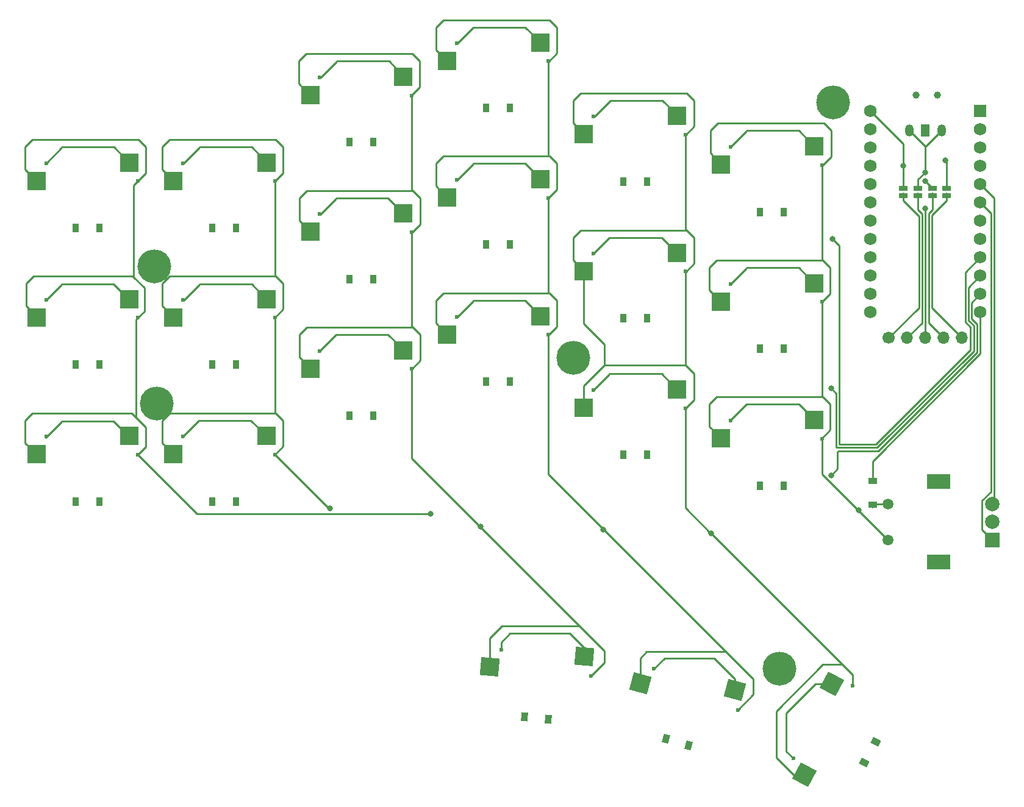
<source format=gbr>
%TF.GenerationSoftware,KiCad,Pcbnew,7.0.10*%
%TF.CreationDate,2024-02-08T10:53:14-05:00*%
%TF.ProjectId,kestrel,6b657374-7265-46c2-9e6b-696361645f70,v1.0.0*%
%TF.SameCoordinates,Original*%
%TF.FileFunction,Copper,L2,Bot*%
%TF.FilePolarity,Positive*%
%FSLAX46Y46*%
G04 Gerber Fmt 4.6, Leading zero omitted, Abs format (unit mm)*
G04 Created by KiCad (PCBNEW 7.0.10) date 2024-02-08 10:53:14*
%MOMM*%
%LPD*%
G01*
G04 APERTURE LIST*
G04 Aperture macros list*
%AMRotRect*
0 Rectangle, with rotation*
0 The origin of the aperture is its center*
0 $1 length*
0 $2 width*
0 $3 Rotation angle, in degrees counterclockwise*
0 Add horizontal line*
21,1,$1,$2,0,0,$3*%
G04 Aperture macros list end*
%TA.AperFunction,WasherPad*%
%ADD10C,1.000000*%
%TD*%
%TA.AperFunction,ComponentPad*%
%ADD11C,0.600000*%
%TD*%
%TA.AperFunction,SMDPad,CuDef*%
%ADD12R,0.900000X1.200000*%
%TD*%
%TA.AperFunction,SMDPad,CuDef*%
%ADD13R,2.550000X2.500000*%
%TD*%
%TA.AperFunction,ComponentPad*%
%ADD14C,4.700000*%
%TD*%
%TA.AperFunction,SMDPad,CuDef*%
%ADD15RotRect,0.900000X1.200000X175.000000*%
%TD*%
%TA.AperFunction,SMDPad,CuDef*%
%ADD16R,1.143000X0.635000*%
%TD*%
%TA.AperFunction,SMDPad,CuDef*%
%ADD17RotRect,0.900000X1.200000X165.000000*%
%TD*%
%TA.AperFunction,SMDPad,CuDef*%
%ADD18RotRect,2.550000X2.500000X355.000000*%
%TD*%
%TA.AperFunction,ComponentPad*%
%ADD19R,3.200000X2.000000*%
%TD*%
%TA.AperFunction,ComponentPad*%
%ADD20C,1.500000*%
%TD*%
%TA.AperFunction,ComponentPad*%
%ADD21R,2.000000X2.000000*%
%TD*%
%TA.AperFunction,ComponentPad*%
%ADD22C,2.000000*%
%TD*%
%TA.AperFunction,ComponentPad*%
%ADD23C,1.700000*%
%TD*%
%TA.AperFunction,ComponentPad*%
%ADD24O,1.700000X1.700000*%
%TD*%
%TA.AperFunction,SMDPad,CuDef*%
%ADD25RotRect,2.550000X2.500000X345.000000*%
%TD*%
%TA.AperFunction,SMDPad,CuDef*%
%ADD26RotRect,2.550000X2.500000X62.000000*%
%TD*%
%TA.AperFunction,SMDPad,CuDef*%
%ADD27RotRect,0.900000X1.200000X242.000000*%
%TD*%
%TA.AperFunction,ComponentPad*%
%ADD28O,1.200000X1.700000*%
%TD*%
%TA.AperFunction,ComponentPad*%
%ADD29R,1.200000X1.700000*%
%TD*%
%TA.AperFunction,ComponentPad*%
%ADD30R,1.752600X1.752600*%
%TD*%
%TA.AperFunction,ComponentPad*%
%ADD31C,1.752600*%
%TD*%
%TA.AperFunction,SMDPad,CuDef*%
%ADD32R,1.200000X0.900000*%
%TD*%
%TA.AperFunction,ViaPad*%
%ADD33C,0.800000*%
%TD*%
%TA.AperFunction,Conductor*%
%ADD34C,0.250000*%
%TD*%
G04 APERTURE END LIST*
D10*
%TO.P,T1,*%
%TO.N,*%
X256572400Y-98026400D03*
X259572400Y-98026400D03*
%TD*%
D11*
%TO.P,REF\u002A\u002A,1*%
%TO.N,row_0*%
X205593060Y-184655457D03*
%TD*%
%TO.P,REF\u002A\u002A,1*%
%TO.N,ring_top*%
X173838000Y-95536000D03*
%TD*%
%TO.P,REF\u002A\u002A,1*%
%TO.N,row_3*%
X162248000Y-116436000D03*
%TD*%
D12*
%TO.P,D13,1*%
%TO.N,row_1*%
X219238000Y-147976000D03*
%TO.P,D13,2*%
%TO.N,index_bottom*%
X215938000Y-147976000D03*
%TD*%
D11*
%TO.P,REF\u002A\u002A,1*%
%TO.N,row_1*%
X162248000Y-154436000D03*
%TD*%
D13*
%TO.P,S8,1*%
%TO.N,col_2*%
X172503000Y-116996000D03*
%TO.P,S8,2*%
%TO.N,ring_home*%
X185430000Y-114456000D03*
%TD*%
D11*
%TO.P,REF\u002A\u002A,1*%
%TO.N,ring_home*%
X173838000Y-114536000D03*
%TD*%
%TO.P,REF\u002A\u002A,1*%
%TO.N,home_fan*%
X221849536Y-187433412D03*
%TD*%
%TO.P,REF\u002A\u002A,1*%
%TO.N,col_3*%
X205588000Y-93276000D03*
%TD*%
D13*
%TO.P,S11,1*%
%TO.N,col_3*%
X191503000Y-112236000D03*
%TO.P,S11,2*%
%TO.N,middle_home*%
X204430000Y-109696000D03*
%TD*%
D11*
%TO.P,REF\u002A\u002A,1*%
%TO.N,pinkie_top*%
X154838000Y-107436000D03*
%TD*%
%TO.P,REF\u002A\u002A,1*%
%TO.N,middle_bottom*%
X192838000Y-128776000D03*
%TD*%
%TO.P,REF\u002A\u002A,1*%
%TO.N,col_5*%
X243588000Y-126726000D03*
%TD*%
D14*
%TO.P,TH3,*%
%TO.N,*%
X209025000Y-134450000D03*
%TD*%
D12*
%TO.P,D14,1*%
%TO.N,row_2*%
X219238000Y-128976000D03*
%TO.P,D14,2*%
%TO.N,index_home*%
X215938000Y-128976000D03*
%TD*%
D11*
%TO.P,REF\u002A\u002A,1*%
%TO.N,col_4*%
X224588000Y-122476000D03*
%TD*%
%TO.P,REF\u002A\u002A,1*%
%TO.N,far_fan*%
X239573307Y-190094435D03*
%TD*%
%TO.P,REF\u002A\u002A,1*%
%TO.N,col_1*%
X167588000Y-147936000D03*
%TD*%
%TO.P,REF\u002A\u002A,1*%
%TO.N,row_3*%
X143248000Y-116436000D03*
%TD*%
%TO.P,REF\u002A\u002A,1*%
%TO.N,inner_top*%
X234928000Y-114226000D03*
%TD*%
D13*
%TO.P,S15,1*%
%TO.N,col_4*%
X210503000Y-103436000D03*
%TO.P,S15,2*%
%TO.N,index_top*%
X223430000Y-100896000D03*
%TD*%
%TO.P,S14,1*%
%TO.N,col_4*%
X210503000Y-122436000D03*
%TO.P,S14,2*%
%TO.N,index_home*%
X223430000Y-119896000D03*
%TD*%
D15*
%TO.P,D19,1*%
%TO.N,row_0*%
X205583098Y-184654586D03*
%TO.P,D19,2*%
%TO.N,near_fan*%
X202295656Y-184366972D03*
%TD*%
D11*
%TO.P,REF\u002A\u002A,1*%
%TO.N,middle_home*%
X196928000Y-118776000D03*
%TD*%
%TO.P,REF\u002A\u002A,1*%
%TO.N,row_1*%
X181248000Y-142536000D03*
%TD*%
%TO.P,REF\u002A\u002A,1*%
%TO.N,col_5*%
X243588000Y-107726000D03*
%TD*%
%TO.P,REF\u002A\u002A,1*%
%TO.N,index_top*%
X215928000Y-109976000D03*
%TD*%
%TO.P,REF\u002A\u002A,1*%
%TO.N,ring_bottom*%
X177928000Y-142536000D03*
%TD*%
D12*
%TO.P,D7,1*%
%TO.N,row_1*%
X181238000Y-142536000D03*
%TO.P,D7,2*%
%TO.N,ring_bottom*%
X177938000Y-142536000D03*
%TD*%
D13*
%TO.P,S7,1*%
%TO.N,col_2*%
X172503000Y-135996000D03*
%TO.P,S7,2*%
%TO.N,ring_bottom*%
X185430000Y-133456000D03*
%TD*%
D11*
%TO.P,REF\u002A\u002A,1*%
%TO.N,index_home*%
X211838000Y-119976000D03*
%TD*%
%TO.P,REF\u002A\u002A,1*%
%TO.N,col_4*%
X224588000Y-141476000D03*
%TD*%
%TO.P,REF\u002A\u002A,1*%
%TO.N,outer_top*%
X135838000Y-107436000D03*
%TD*%
D12*
%TO.P,D18,1*%
%TO.N,row_3*%
X238238000Y-114226000D03*
%TO.P,D18,2*%
%TO.N,inner_top*%
X234938000Y-114226000D03*
%TD*%
D11*
%TO.P,REF\u002A\u002A,1*%
%TO.N,inner_top*%
X230838000Y-105226000D03*
%TD*%
D13*
%TO.P,S16,1*%
%TO.N,col_5*%
X229503000Y-145686000D03*
%TO.P,S16,2*%
%TO.N,inner_bottom*%
X242430000Y-143146000D03*
%TD*%
D11*
%TO.P,REF\u002A\u002A,1*%
%TO.N,index_bottom*%
X211838000Y-138976000D03*
%TD*%
D14*
%TO.P,TH3,*%
%TO.N,*%
X245125000Y-99050000D03*
%TD*%
D12*
%TO.P,D8,1*%
%TO.N,row_2*%
X181238000Y-123536000D03*
%TO.P,D8,2*%
%TO.N,ring_home*%
X177938000Y-123536000D03*
%TD*%
D11*
%TO.P,REF\u002A\u002A,1*%
%TO.N,col_2*%
X186588000Y-117036000D03*
%TD*%
D12*
%TO.P,D17,1*%
%TO.N,row_2*%
X238238000Y-133226000D03*
%TO.P,D17,2*%
%TO.N,inner_home*%
X234938000Y-133226000D03*
%TD*%
D11*
%TO.P,REF\u002A\u002A,1*%
%TO.N,ring_top*%
X177928000Y-104536000D03*
%TD*%
%TO.P,REF\u002A\u002A,1*%
%TO.N,middle_top*%
X192838000Y-90776000D03*
%TD*%
D13*
%TO.P,S13,1*%
%TO.N,col_4*%
X210503000Y-141436000D03*
%TO.P,S13,2*%
%TO.N,index_bottom*%
X223430000Y-138896000D03*
%TD*%
%TO.P,S1,1*%
%TO.N,col_0*%
X134503000Y-147896000D03*
%TO.P,S1,2*%
%TO.N,outer_bottom*%
X147430000Y-145356000D03*
%TD*%
D11*
%TO.P,REF\u002A\u002A,1*%
%TO.N,outer_bottom*%
X135838000Y-145436000D03*
%TD*%
%TO.P,REF\u002A\u002A,1*%
%TO.N,index_home*%
X215928000Y-128976000D03*
%TD*%
D12*
%TO.P,D2,1*%
%TO.N,row_2*%
X143238000Y-135436000D03*
%TO.P,D2,2*%
%TO.N,outer_home*%
X139938000Y-135436000D03*
%TD*%
D11*
%TO.P,REF\u002A\u002A,1*%
%TO.N,col_3*%
X231896778Y-183396267D03*
%TD*%
%TO.P,REF\u002A\u002A,1*%
%TO.N,col_4*%
X247766438Y-180010532D03*
%TD*%
%TO.P,REF\u002A\u002A,1*%
%TO.N,col_0*%
X148588000Y-109936000D03*
%TD*%
D12*
%TO.P,D4,1*%
%TO.N,row_1*%
X162238000Y-154436000D03*
%TO.P,D4,2*%
%TO.N,pinkie_bottom*%
X158938000Y-154436000D03*
%TD*%
D11*
%TO.P,REF\u002A\u002A,1*%
%TO.N,col_3*%
X205588000Y-112276000D03*
%TD*%
D14*
%TO.P,TH3,*%
%TO.N,*%
X237650000Y-177675000D03*
%TD*%
D11*
%TO.P,REF\u002A\u002A,1*%
%TO.N,middle_top*%
X196928000Y-99776000D03*
%TD*%
%TO.P,REF\u002A\u002A,1*%
%TO.N,row_3*%
X181248000Y-104536000D03*
%TD*%
%TO.P,REF\u002A\u002A,1*%
%TO.N,row_2*%
X219248000Y-128976000D03*
%TD*%
%TO.P,REF\u002A\u002A,1*%
%TO.N,row_1*%
X200248000Y-137776000D03*
%TD*%
D12*
%TO.P,D5,1*%
%TO.N,row_2*%
X162238000Y-135436000D03*
%TO.P,D5,2*%
%TO.N,pinkie_home*%
X158938000Y-135436000D03*
%TD*%
D11*
%TO.P,REF\u002A\u002A,1*%
%TO.N,ring_bottom*%
X173838000Y-133536000D03*
%TD*%
%TO.P,REF\u002A\u002A,1*%
%TO.N,row_0*%
X250998619Y-187777038D03*
%TD*%
%TO.P,REF\u002A\u002A,1*%
%TO.N,col_3*%
X205588000Y-131276000D03*
%TD*%
D12*
%TO.P,D3,1*%
%TO.N,row_3*%
X143238000Y-116436000D03*
%TO.P,D3,2*%
%TO.N,outer_top*%
X139938000Y-116436000D03*
%TD*%
%TO.P,D11,1*%
%TO.N,row_2*%
X200238000Y-118776000D03*
%TO.P,D11,2*%
%TO.N,middle_home*%
X196938000Y-118776000D03*
%TD*%
D11*
%TO.P,REF\u002A\u002A,1*%
%TO.N,far_fan*%
X249439974Y-190708424D03*
%TD*%
%TO.P,REF\u002A\u002A,1*%
%TO.N,row_3*%
X200248000Y-99776000D03*
%TD*%
%TO.P,REF\u002A\u002A,1*%
%TO.N,col_2*%
X186588000Y-98036000D03*
%TD*%
D16*
%TO.P,J4,1*%
%TO.N,SCL*%
X258858000Y-110947200D03*
%TO.P,J4,2*%
%TO.N,J_pad3*%
X258858000Y-111947960D03*
%TD*%
D11*
%TO.P,REF\u002A\u002A,1*%
%TO.N,middle_home*%
X192838000Y-109776000D03*
%TD*%
D12*
%TO.P,D10,1*%
%TO.N,row_1*%
X200238000Y-137776000D03*
%TO.P,D10,2*%
%TO.N,middle_bottom*%
X196938000Y-137776000D03*
%TD*%
D11*
%TO.P,REF\u002A\u002A,1*%
%TO.N,col_5*%
X243588000Y-145726000D03*
%TD*%
%TO.P,REF\u002A\u002A,1*%
%TO.N,row_3*%
X238248000Y-114226000D03*
%TD*%
D17*
%TO.P,D20,1*%
%TO.N,row_0*%
X225046751Y-188290103D03*
%TO.P,D20,2*%
%TO.N,home_fan*%
X221859195Y-187436001D03*
%TD*%
D13*
%TO.P,S5,1*%
%TO.N,col_1*%
X153503000Y-128896000D03*
%TO.P,S5,2*%
%TO.N,pinkie_home*%
X166430000Y-126356000D03*
%TD*%
D18*
%TO.P,S19,1*%
%TO.N,col_2*%
X197451336Y-177378167D03*
%TO.P,S19,2*%
%TO.N,near_fan*%
X210550521Y-175974495D03*
%TD*%
D19*
%TO.P,ROT1,*%
%TO.N,*%
X259708000Y-162866000D03*
X259708000Y-151666000D03*
D20*
%TO.P,ROT1,1*%
%TO.N,col_5*%
X252708000Y-159766000D03*
%TO.P,ROT1,2*%
%TO.N,r_diode*%
X252708000Y-154766000D03*
D21*
%TO.P,ROT1,A*%
%TO.N,ENCA*%
X267208000Y-159766000D03*
D22*
%TO.P,ROT1,B*%
%TO.N,ENCB*%
X267208000Y-154766000D03*
%TO.P,ROT1,C*%
%TO.N,GND*%
X267208000Y-157266000D03*
%TD*%
D13*
%TO.P,S4,1*%
%TO.N,col_1*%
X153503000Y-147896000D03*
%TO.P,S4,2*%
%TO.N,pinkie_bottom*%
X166430000Y-145356000D03*
%TD*%
D11*
%TO.P,REF\u002A\u002A,1*%
%TO.N,index_bottom*%
X215928000Y-147976000D03*
%TD*%
D14*
%TO.P,TH3,*%
%TO.N,*%
X150875000Y-121825000D03*
%TD*%
D13*
%TO.P,S12,1*%
%TO.N,col_3*%
X191503000Y-93236000D03*
%TO.P,S12,2*%
%TO.N,middle_top*%
X204430000Y-90696000D03*
%TD*%
D11*
%TO.P,REF\u002A\u002A,1*%
%TO.N,row_1*%
X143248000Y-154436000D03*
%TD*%
D12*
%TO.P,D1,1*%
%TO.N,row_1*%
X143238000Y-154436000D03*
%TO.P,D1,2*%
%TO.N,outer_bottom*%
X139938000Y-154436000D03*
%TD*%
D11*
%TO.P,REF\u002A\u002A,1*%
%TO.N,row_3*%
X219248000Y-109976000D03*
%TD*%
D23*
%TO.P,REF\u002A,1*%
%TO.N,J_pad1*%
X252842600Y-131724400D03*
D24*
%TO.P,REF\u002A,2*%
%TO.N,J_pad2*%
X255382600Y-131724400D03*
%TO.P,REF\u002A,3*%
%TO.N,VCC*%
X257922600Y-131724400D03*
%TO.P,REF\u002A,4*%
%TO.N,J_pad3*%
X260462600Y-131724400D03*
%TO.P,REF\u002A,5*%
%TO.N,J_pad4*%
X263002600Y-131724400D03*
%TD*%
D12*
%TO.P,D6,1*%
%TO.N,row_3*%
X162238000Y-116436000D03*
%TO.P,D6,2*%
%TO.N,pinkie_top*%
X158938000Y-116436000D03*
%TD*%
D13*
%TO.P,S17,1*%
%TO.N,col_5*%
X229503000Y-126686000D03*
%TO.P,S17,2*%
%TO.N,inner_home*%
X242430000Y-124146000D03*
%TD*%
D11*
%TO.P,REF\u002A\u002A,1*%
%TO.N,index_top*%
X211838000Y-100976000D03*
%TD*%
D13*
%TO.P,S9,1*%
%TO.N,col_2*%
X172503000Y-97996000D03*
%TO.P,S9,2*%
%TO.N,ring_top*%
X185430000Y-95456000D03*
%TD*%
D11*
%TO.P,REF\u002A\u002A,1*%
%TO.N,row_2*%
X200248000Y-118776000D03*
%TD*%
%TO.P,REF\u002A\u002A,1*%
%TO.N,pinkie_top*%
X158928000Y-116436000D03*
%TD*%
%TO.P,REF\u002A\u002A,1*%
%TO.N,home_fan*%
X220228271Y-177681510D03*
%TD*%
%TO.P,REF\u002A\u002A,1*%
%TO.N,col_2*%
X186588000Y-136036000D03*
%TD*%
%TO.P,REF\u002A\u002A,1*%
%TO.N,row_2*%
X181248000Y-123536000D03*
%TD*%
%TO.P,REF\u002A\u002A,1*%
%TO.N,middle_bottom*%
X196928000Y-137776000D03*
%TD*%
%TO.P,REF\u002A\u002A,1*%
%TO.N,ring_home*%
X177928000Y-123536000D03*
%TD*%
D16*
%TO.P,J6,1*%
%TO.N,GND*%
X256858000Y-110947200D03*
%TO.P,J6,2*%
%TO.N,J_pad2*%
X256858000Y-111947960D03*
%TD*%
D13*
%TO.P,S2,1*%
%TO.N,col_0*%
X134503000Y-128896000D03*
%TO.P,S2,2*%
%TO.N,outer_home*%
X147430000Y-126356000D03*
%TD*%
D12*
%TO.P,D15,1*%
%TO.N,row_3*%
X219238000Y-109976000D03*
%TO.P,D15,2*%
%TO.N,index_top*%
X215938000Y-109976000D03*
%TD*%
D11*
%TO.P,REF\u002A\u002A,1*%
%TO.N,near_fan*%
X198995659Y-175043881D03*
%TD*%
%TO.P,REF\u002A\u002A,1*%
%TO.N,pinkie_bottom*%
X154838000Y-145436000D03*
%TD*%
D25*
%TO.P,S20,1*%
%TO.N,col_3*%
X218302065Y-179712164D03*
%TO.P,S20,2*%
%TO.N,home_fan*%
X231445988Y-180604467D03*
%TD*%
D26*
%TO.P,S21,1*%
%TO.N,col_4*%
X241118613Y-192428071D03*
%TO.P,S21,2*%
%TO.N,far_fan*%
X244944785Y-179821750D03*
%TD*%
D12*
%TO.P,D16,1*%
%TO.N,row_1*%
X238238000Y-152226000D03*
%TO.P,D16,2*%
%TO.N,inner_bottom*%
X234938000Y-152226000D03*
%TD*%
D11*
%TO.P,REF\u002A\u002A,1*%
%TO.N,inner_bottom*%
X234928000Y-152226000D03*
%TD*%
%TO.P,REF\u002A\u002A,1*%
%TO.N,row_1*%
X219248000Y-147976000D03*
%TD*%
D14*
%TO.P,TH3,*%
%TO.N,*%
X151175000Y-140825000D03*
%TD*%
D11*
%TO.P,REF\u002A\u002A,1*%
%TO.N,col_1*%
X167588000Y-109936000D03*
%TD*%
%TO.P,REF\u002A\u002A,1*%
%TO.N,row_1*%
X238248000Y-152226000D03*
%TD*%
%TO.P,REF\u002A\u002A,1*%
%TO.N,row_2*%
X143248000Y-135436000D03*
%TD*%
%TO.P,REF\u002A\u002A,1*%
%TO.N,inner_home*%
X230838000Y-124226000D03*
%TD*%
%TO.P,REF\u002A\u002A,1*%
%TO.N,pinkie_home*%
X154838000Y-126436000D03*
%TD*%
%TO.P,REF\u002A\u002A,1*%
%TO.N,inner_bottom*%
X230838000Y-143226000D03*
%TD*%
D13*
%TO.P,S3,1*%
%TO.N,col_0*%
X134503000Y-109896000D03*
%TO.P,S3,2*%
%TO.N,outer_top*%
X147430000Y-107356000D03*
%TD*%
D11*
%TO.P,REF\u002A\u002A,1*%
%TO.N,outer_top*%
X139928000Y-116436000D03*
%TD*%
%TO.P,REF\u002A\u002A,1*%
%TO.N,outer_home*%
X139928000Y-135436000D03*
%TD*%
%TO.P,REF\u002A\u002A,1*%
%TO.N,col_1*%
X167588000Y-128936000D03*
%TD*%
D12*
%TO.P,D12,1*%
%TO.N,row_3*%
X200238000Y-99776000D03*
%TO.P,D12,2*%
%TO.N,middle_top*%
X196938000Y-99776000D03*
%TD*%
D11*
%TO.P,REF\u002A\u002A,1*%
%TO.N,col_0*%
X148588000Y-128936000D03*
%TD*%
%TO.P,REF\u002A\u002A,1*%
%TO.N,near_fan*%
X202285694Y-184366100D03*
%TD*%
D13*
%TO.P,S6,1*%
%TO.N,col_1*%
X153503000Y-109896000D03*
%TO.P,S6,2*%
%TO.N,pinkie_top*%
X166430000Y-107356000D03*
%TD*%
D11*
%TO.P,REF\u002A\u002A,1*%
%TO.N,col_0*%
X148588000Y-147936000D03*
%TD*%
D27*
%TO.P,D21,1*%
%TO.N,row_0*%
X250993925Y-187785867D03*
%TO.P,D21,2*%
%TO.N,far_fan*%
X249444669Y-190699595D03*
%TD*%
D11*
%TO.P,REF\u002A\u002A,1*%
%TO.N,outer_bottom*%
X139928000Y-154436000D03*
%TD*%
D16*
%TO.P,J2,1*%
%TO.N,SDA*%
X260858000Y-110947200D03*
%TO.P,J2,2*%
%TO.N,J_pad4*%
X260858000Y-111947960D03*
%TD*%
D11*
%TO.P,REF\u002A\u002A,1*%
%TO.N,pinkie_home*%
X158928000Y-135436000D03*
%TD*%
%TO.P,REF\u002A\u002A,1*%
%TO.N,row_2*%
X162248000Y-135436000D03*
%TD*%
D16*
%TO.P,J8,1*%
%TO.N,CS*%
X254858000Y-110947200D03*
%TO.P,J8,2*%
%TO.N,J_pad1*%
X254858000Y-111947960D03*
%TD*%
D11*
%TO.P,REF\u002A\u002A,1*%
%TO.N,row_2*%
X238248000Y-133226000D03*
%TD*%
D13*
%TO.P,S10,1*%
%TO.N,col_3*%
X191503000Y-131236000D03*
%TO.P,S10,2*%
%TO.N,middle_bottom*%
X204430000Y-128696000D03*
%TD*%
D11*
%TO.P,REF\u002A\u002A,1*%
%TO.N,pinkie_bottom*%
X158928000Y-154436000D03*
%TD*%
%TO.P,REF\u002A\u002A,1*%
%TO.N,col_4*%
X224588000Y-103476000D03*
%TD*%
%TO.P,REF\u002A\u002A,1*%
%TO.N,outer_home*%
X135838000Y-126436000D03*
%TD*%
%TO.P,REF\u002A\u002A,1*%
%TO.N,row_0*%
X225056410Y-188292692D03*
%TD*%
D28*
%TO.P,JST REV1,1*%
%TO.N,GND*%
X255661600Y-102867100D03*
D29*
%TO.N,JST*%
X257911600Y-102867100D03*
D28*
%TO.P,JST REV1,2*%
%TO.N,GND*%
X260161600Y-102867100D03*
%TD*%
D11*
%TO.P,REF\u002A\u002A,1*%
%TO.N,inner_home*%
X234928000Y-133226000D03*
%TD*%
D12*
%TO.P,D9,1*%
%TO.N,row_3*%
X181238000Y-104536000D03*
%TO.P,D9,2*%
%TO.N,ring_top*%
X177938000Y-104536000D03*
%TD*%
D30*
%TO.P,MCU1,1*%
%TO.N,RAW*%
X265531600Y-100228400D03*
D31*
%TO.P,MCU1,2*%
%TO.N,GND*%
X265531600Y-102768400D03*
%TO.P,MCU1,3*%
%TO.N,RST*%
X265531600Y-105308400D03*
%TO.P,MCU1,4*%
%TO.N,VCC*%
X265531600Y-107848400D03*
%TO.P,MCU1,5*%
%TO.N,ENCB*%
X265531600Y-110388400D03*
%TO.P,MCU1,6*%
%TO.N,ENCA*%
X265531600Y-112928400D03*
%TO.P,MCU1,7*%
%TO.N,P19*%
X265531600Y-115468400D03*
%TO.P,MCU1,8*%
%TO.N,P18*%
X265531600Y-118008400D03*
%TO.P,MCU1,9*%
%TO.N,row_3*%
X265531600Y-120548400D03*
%TO.P,MCU1,10*%
%TO.N,row_2*%
X265531600Y-123088400D03*
%TO.P,MCU1,11*%
%TO.N,row_1*%
X265531600Y-125628400D03*
%TO.P,MCU1,12*%
%TO.N,row_0*%
X265531600Y-128168400D03*
%TO.P,MCU1,13*%
%TO.N,CS*%
X250291600Y-100228400D03*
%TO.P,MCU1,14*%
%TO.N,P0*%
X250291600Y-102768400D03*
%TO.P,MCU1,15*%
%TO.N,GND*%
X250291600Y-105308400D03*
%TO.P,MCU1,16*%
X250291600Y-107848400D03*
%TO.P,MCU1,17*%
%TO.N,SDA*%
X250291600Y-110388400D03*
%TO.P,MCU1,18*%
%TO.N,SCL*%
X250291600Y-112928400D03*
%TO.P,MCU1,19*%
%TO.N,col_0*%
X250291600Y-115468400D03*
%TO.P,MCU1,20*%
%TO.N,col_1*%
X250291600Y-118008400D03*
%TO.P,MCU1,21*%
%TO.N,col_2*%
X250291600Y-120548400D03*
%TO.P,MCU1,22*%
%TO.N,col_3*%
X250291600Y-123088400D03*
%TO.P,MCU1,23*%
%TO.N,col_4*%
X250291600Y-125628400D03*
%TO.P,MCU1,24*%
%TO.N,col_5*%
X250291600Y-128168400D03*
%TD*%
D13*
%TO.P,S18,1*%
%TO.N,col_5*%
X229503000Y-107686000D03*
%TO.P,S18,2*%
%TO.N,inner_top*%
X242430000Y-105146000D03*
%TD*%
D32*
%TO.P,D22,1*%
%TO.N,row_0*%
X250588000Y-151576000D03*
%TO.P,D22,2*%
%TO.N,r_diode*%
X250588000Y-154876000D03*
%TD*%
D11*
%TO.P,REF\u002A\u002A,1*%
%TO.N,col_2*%
X211479252Y-178645603D03*
%TD*%
D33*
%TO.N,col_0*%
X189230000Y-156159200D03*
%TO.N,col_1*%
X175209200Y-155434700D03*
%TO.N,col_2*%
X196138800Y-157937200D03*
%TO.N,col_3*%
X213207600Y-158394400D03*
%TO.N,col_4*%
X228142800Y-158851600D03*
%TO.N,col_5*%
X248666000Y-155651200D03*
%TO.N,row_1*%
X244805200Y-150825200D03*
%TO.N,row_2*%
X244805200Y-138734800D03*
%TO.N,row_3*%
X245008400Y-117957600D03*
%TO.N,row_0*%
X250596400Y-151536400D03*
%TO.N,GND*%
X257860800Y-108712000D03*
%TO.N,VCC*%
X257860800Y-113741200D03*
%TO.N,CS*%
X254812800Y-107797600D03*
%TO.N,SDA*%
X260705600Y-107035600D03*
%TO.N,SCL*%
X257860800Y-109931200D03*
%TO.N,r_diode*%
X250596400Y-154940000D03*
%TO.N,J_pad4*%
X260858000Y-111963200D03*
%TO.N,J_pad3*%
X258876800Y-111963200D03*
%TO.N,J_pad2*%
X256844800Y-111963200D03*
%TO.N,J_pad1*%
X254812800Y-111963200D03*
%TD*%
D34*
%TO.N,col_0*%
X134630000Y-128819000D02*
X133079000Y-127268000D01*
X189230000Y-156159200D02*
X189331600Y-156159200D01*
X132952000Y-146318000D02*
X132952000Y-143197000D01*
X147706000Y-142181000D02*
X148288000Y-142763000D01*
X189230000Y-156159200D02*
X156811200Y-156159200D01*
X132952000Y-143197000D02*
X133968000Y-142181000D01*
X134503000Y-147869000D02*
X132952000Y-146318000D01*
X133968000Y-104208000D02*
X148700000Y-104208000D01*
X148700000Y-104208000D02*
X149716000Y-105224000D01*
X148588000Y-128936000D02*
X148288000Y-129236000D01*
X149500000Y-124775000D02*
X149500000Y-128024000D01*
X149700000Y-144175000D02*
X149700000Y-146824000D01*
X147856000Y-123131000D02*
X147994000Y-123269000D01*
X148288000Y-142763000D02*
X149700000Y-144175000D01*
X148288000Y-129236000D02*
X148288000Y-142763000D01*
X147994000Y-110530000D02*
X147994000Y-123269000D01*
X149500000Y-128024000D02*
X148588000Y-128936000D01*
X134503000Y-109896000D02*
X132952000Y-108345000D01*
X133968000Y-142181000D02*
X147706000Y-142181000D01*
X149716000Y-108808000D02*
X148588000Y-109936000D01*
X147994000Y-123269000D02*
X149500000Y-124775000D01*
X134095000Y-123131000D02*
X147856000Y-123131000D01*
X133079000Y-127268000D02*
X133079000Y-124147000D01*
X148588000Y-109936000D02*
X147994000Y-110530000D01*
X132952000Y-108345000D02*
X132952000Y-105224000D01*
X156811200Y-156159200D02*
X148588000Y-147936000D01*
X149700000Y-146824000D02*
X148588000Y-147936000D01*
X132952000Y-105224000D02*
X133968000Y-104208000D01*
X133079000Y-124147000D02*
X134095000Y-123131000D01*
X149716000Y-105224000D02*
X149716000Y-108808000D01*
%TO.N,outer_bottom*%
X137955000Y-143324000D02*
X137955000Y-143342000D01*
X145221000Y-143324000D02*
X137955000Y-143324000D01*
X147353000Y-145456000D02*
X145221000Y-143324000D01*
X137955000Y-143342000D02*
X135761000Y-145536000D01*
%TO.N,outer_home*%
X137955000Y-124292000D02*
X135761000Y-126486000D01*
X145221000Y-124274000D02*
X137955000Y-124274000D01*
X137955000Y-124274000D02*
X137955000Y-124292000D01*
X147353000Y-126406000D02*
X145221000Y-124274000D01*
%TO.N,outer_top*%
X138032000Y-105242000D02*
X135838000Y-107436000D01*
X145298000Y-105224000D02*
X138032000Y-105224000D01*
X138032000Y-105224000D02*
X138032000Y-105242000D01*
X147430000Y-107356000D02*
X145298000Y-105224000D01*
%TO.N,col_1*%
X153018000Y-123131000D02*
X167623000Y-123131000D01*
X167750000Y-123131000D02*
X168766000Y-124147000D01*
X168766000Y-143197000D02*
X168766000Y-146781000D01*
X153553000Y-147869000D02*
X152002000Y-146318000D01*
X152002000Y-124147000D02*
X153018000Y-123131000D01*
X168766000Y-108808000D02*
X167638000Y-109936000D01*
X167750000Y-104208000D02*
X168766000Y-105224000D01*
X153018000Y-104208000D02*
X167750000Y-104208000D01*
X152002000Y-146318000D02*
X152002000Y-143197000D01*
X153553000Y-128819000D02*
X152002000Y-127268000D01*
X167588000Y-147936000D02*
X175086700Y-155434700D01*
X167588000Y-128936000D02*
X167588000Y-142019000D01*
X152002000Y-105224000D02*
X153018000Y-104208000D01*
X175086700Y-155434700D02*
X175209200Y-155434700D01*
X167588000Y-142019000D02*
X167750000Y-142181000D01*
X167623000Y-123131000D02*
X167750000Y-123131000D01*
X152002000Y-108345000D02*
X152002000Y-105224000D01*
X167588000Y-109936000D02*
X167588000Y-123096000D01*
X152002000Y-127268000D02*
X152002000Y-124147000D01*
X168766000Y-146781000D02*
X167638000Y-147909000D01*
X168766000Y-105224000D02*
X168766000Y-108808000D01*
X152002000Y-143197000D02*
X153018000Y-142181000D01*
X175201600Y-155549600D02*
X175209200Y-155549600D01*
X168766000Y-127731000D02*
X167638000Y-128859000D01*
X168766000Y-124147000D02*
X168766000Y-127731000D01*
X167750000Y-142181000D02*
X168766000Y-143197000D01*
X153018000Y-142181000D02*
X167750000Y-142181000D01*
X167588000Y-123096000D02*
X167623000Y-123131000D01*
X153553000Y-109896000D02*
X152002000Y-108345000D01*
%TO.N,pinkie_bottom*%
X164271000Y-143197000D02*
X157005000Y-143197000D01*
X166403000Y-145329000D02*
X164271000Y-143197000D01*
X157005000Y-143215000D02*
X154811000Y-145409000D01*
X157005000Y-143197000D02*
X157005000Y-143215000D01*
%TO.N,pinkie_home*%
X164398000Y-124274000D02*
X157132000Y-124274000D01*
X166530000Y-126406000D02*
X164398000Y-124274000D01*
X157132000Y-124292000D02*
X154938000Y-126486000D01*
X157132000Y-124274000D02*
X157132000Y-124292000D01*
%TO.N,pinkie_top*%
X157132000Y-105224000D02*
X157132000Y-105242000D01*
X164398000Y-105224000D02*
X157132000Y-105224000D01*
X157132000Y-105242000D02*
X154938000Y-107436000D01*
X166530000Y-107356000D02*
X164398000Y-105224000D01*
%TO.N,col_2*%
X171052000Y-131259000D02*
X172068000Y-130243000D01*
X199119000Y-171772000D02*
X209914000Y-171772000D01*
X187816000Y-134843000D02*
X186688000Y-135971000D01*
X171052000Y-112336000D02*
X172068000Y-111320000D01*
X196138800Y-157937200D02*
X196138800Y-157996800D01*
X187689000Y-96870000D02*
X186561000Y-97998000D01*
X172603000Y-117008000D02*
X171052000Y-115457000D01*
X187689000Y-93286000D02*
X187689000Y-96870000D01*
X186588000Y-130031000D02*
X186800000Y-130243000D01*
X187816000Y-115920000D02*
X186688000Y-117048000D01*
X213343000Y-176781855D02*
X211479252Y-178645603D01*
X170925000Y-96407000D02*
X170925000Y-93286000D01*
X171052000Y-115457000D02*
X171052000Y-112336000D01*
X171941000Y-92270000D02*
X186673000Y-92270000D01*
X172603000Y-135931000D02*
X171052000Y-134380000D01*
X196079200Y-157937200D02*
X196138800Y-157937200D01*
X186588000Y-117036000D02*
X186588000Y-130031000D01*
X197451336Y-173439664D02*
X199119000Y-171772000D01*
X170925000Y-93286000D02*
X171941000Y-92270000D01*
X172068000Y-111320000D02*
X186800000Y-111320000D01*
X171052000Y-134380000D02*
X171052000Y-131259000D01*
X172476000Y-97958000D02*
X170925000Y-96407000D01*
X186588000Y-148446000D02*
X196079200Y-157937200D01*
X213343000Y-175201000D02*
X213343000Y-176781855D01*
X187816000Y-112336000D02*
X187816000Y-115920000D01*
X209914000Y-171772000D02*
X213343000Y-175201000D01*
X186588000Y-111108000D02*
X186800000Y-111320000D01*
X187816000Y-131259000D02*
X187816000Y-134843000D01*
X172068000Y-130243000D02*
X186800000Y-130243000D01*
X186800000Y-130243000D02*
X187816000Y-131259000D01*
X197451336Y-177378167D02*
X197451336Y-173439664D01*
X196138800Y-157996800D02*
X209914000Y-171772000D01*
X186588000Y-136036000D02*
X186588000Y-148446000D01*
X186588000Y-98036000D02*
X186588000Y-111108000D01*
X186673000Y-92270000D02*
X187689000Y-93286000D01*
X186800000Y-111320000D02*
X187816000Y-112336000D01*
%TO.N,ring_bottom*%
X176055000Y-131259000D02*
X176055000Y-131277000D01*
X176055000Y-131277000D02*
X173861000Y-133471000D01*
X183321000Y-131259000D02*
X176055000Y-131259000D01*
X185453000Y-133391000D02*
X183321000Y-131259000D01*
%TO.N,ring_home*%
X176055000Y-112336000D02*
X176055000Y-112354000D01*
X185453000Y-114468000D02*
X183321000Y-112336000D01*
X183321000Y-112336000D02*
X176055000Y-112336000D01*
X176055000Y-112354000D02*
X173861000Y-114548000D01*
%TO.N,ring_top*%
X176182000Y-93286000D02*
X176182000Y-93304000D01*
X176182000Y-93304000D02*
X173988000Y-95498000D01*
X185580000Y-95418000D02*
X183448000Y-93286000D01*
X183448000Y-93286000D02*
X176182000Y-93286000D01*
%TO.N,col_3*%
X206739000Y-126560000D02*
X206739000Y-130144000D01*
X213207600Y-158301600D02*
X213207600Y-158394400D01*
X190991000Y-125544000D02*
X205723000Y-125544000D01*
X218302065Y-176210935D02*
X219185000Y-175328000D01*
X191526000Y-112182000D02*
X189975000Y-110631000D01*
X205588000Y-125409000D02*
X205723000Y-125544000D01*
X205723000Y-125544000D02*
X206739000Y-126560000D01*
X218302065Y-179712164D02*
X218302065Y-176210935D01*
X206739000Y-88587000D02*
X206739000Y-92171000D01*
X206739000Y-92171000D02*
X205611000Y-93299000D01*
X219185000Y-175328000D02*
X230234000Y-175328000D01*
X190991000Y-106494000D02*
X205723000Y-106494000D01*
X205588000Y-93276000D02*
X205588000Y-106359000D01*
X213207600Y-158394400D02*
X213300400Y-158394400D01*
X189975000Y-91708000D02*
X189975000Y-88587000D01*
X191526000Y-93259000D02*
X189975000Y-91708000D01*
X205723000Y-87571000D02*
X206739000Y-88587000D01*
X189975000Y-107510000D02*
X190991000Y-106494000D01*
X191526000Y-131232000D02*
X189975000Y-129681000D01*
X234044000Y-181249045D02*
X231896778Y-183396267D01*
X206739000Y-130144000D02*
X205611000Y-131272000D01*
X189975000Y-129681000D02*
X189975000Y-126560000D01*
X189975000Y-88587000D02*
X190991000Y-87571000D01*
X205588000Y-106359000D02*
X205723000Y-106494000D01*
X206739000Y-111094000D02*
X205611000Y-112222000D01*
X205588000Y-112276000D02*
X205588000Y-125409000D01*
X189975000Y-110631000D02*
X189975000Y-107510000D01*
X205588000Y-131276000D02*
X205588000Y-150682000D01*
X234044000Y-179138000D02*
X234044000Y-181249045D01*
X205588000Y-150682000D02*
X213207600Y-158301600D01*
X213300400Y-158394400D02*
X230234000Y-175328000D01*
X189975000Y-126560000D02*
X190991000Y-125544000D01*
X190991000Y-87571000D02*
X205723000Y-87571000D01*
X205723000Y-106494000D02*
X206739000Y-107510000D01*
X230234000Y-175328000D02*
X234044000Y-179138000D01*
X206739000Y-107510000D02*
X206739000Y-111094000D01*
%TO.N,middle_bottom*%
X202371000Y-126560000D02*
X195105000Y-126560000D01*
X204503000Y-128692000D02*
X202371000Y-126560000D01*
X195105000Y-126560000D02*
X195105000Y-126578000D01*
X195105000Y-126578000D02*
X192911000Y-128772000D01*
%TO.N,middle_home*%
X195105000Y-107528000D02*
X192911000Y-109722000D01*
X202371000Y-107510000D02*
X195105000Y-107510000D01*
X195105000Y-107510000D02*
X195105000Y-107528000D01*
X204503000Y-109642000D02*
X202371000Y-107510000D01*
%TO.N,middle_top*%
X195105000Y-88605000D02*
X192911000Y-90799000D01*
X204503000Y-90719000D02*
X202371000Y-88587000D01*
X202371000Y-88587000D02*
X195105000Y-88587000D01*
X195105000Y-88587000D02*
X195105000Y-88605000D01*
%TO.N,col_4*%
X210503000Y-138347000D02*
X213331000Y-135519000D01*
X224588000Y-122476000D02*
X224588000Y-135519000D01*
X225789000Y-102331000D02*
X224661000Y-103459000D01*
X210576000Y-103419000D02*
X209025000Y-101868000D01*
X210503000Y-141436000D02*
X210503000Y-138347000D01*
X224588000Y-135519000D02*
X224773000Y-135704000D01*
X213331000Y-132581000D02*
X213331000Y-135519000D01*
X237219000Y-190060000D02*
X237219000Y-183583000D01*
X225789000Y-117797000D02*
X225789000Y-121381000D01*
X210503000Y-129753000D02*
X213331000Y-132581000D01*
X225789000Y-140304000D02*
X224661000Y-141432000D01*
X224588000Y-103476000D02*
X224588000Y-116596000D01*
X224773000Y-97731000D02*
X225789000Y-98747000D01*
X228142800Y-158885800D02*
X246363000Y-177106000D01*
X228142800Y-158851600D02*
X228142800Y-158885800D01*
X246363000Y-177106000D02*
X247766438Y-178509438D01*
X210041000Y-97731000D02*
X224773000Y-97731000D01*
X225789000Y-98747000D02*
X225789000Y-102331000D01*
X213331000Y-135519000D02*
X224588000Y-135519000D01*
X237219000Y-183583000D02*
X243696000Y-177106000D01*
X247766438Y-178509438D02*
X247766438Y-180010532D01*
X224773000Y-116781000D02*
X225789000Y-117797000D01*
X224588000Y-155331000D02*
X228108600Y-158851600D01*
X224588000Y-141476000D02*
X224588000Y-155331000D01*
X239587071Y-192428071D02*
X237219000Y-190060000D01*
X209025000Y-117797000D02*
X210041000Y-116781000D01*
X225789000Y-136720000D02*
X225789000Y-140304000D01*
X228108600Y-158851600D02*
X228142800Y-158851600D01*
X241118613Y-192428071D02*
X239587071Y-192428071D01*
X210503000Y-122436000D02*
X210503000Y-129753000D01*
X224588000Y-116596000D02*
X224773000Y-116781000D01*
X225789000Y-121381000D02*
X224661000Y-122509000D01*
X210576000Y-122469000D02*
X209025000Y-120918000D01*
X209025000Y-120918000D02*
X209025000Y-117797000D01*
X224773000Y-135704000D02*
X225789000Y-136720000D01*
X209025000Y-98747000D02*
X210041000Y-97731000D01*
X243696000Y-177106000D02*
X246363000Y-177106000D01*
X210041000Y-116781000D02*
X224773000Y-116781000D01*
X209025000Y-101868000D02*
X209025000Y-98747000D01*
%TO.N,index_bottom*%
X223426000Y-138852000D02*
X221294000Y-136720000D01*
X214028000Y-136738000D02*
X211834000Y-138932000D01*
X214028000Y-136720000D02*
X214028000Y-136738000D01*
X221294000Y-136720000D02*
X214028000Y-136720000D01*
%TO.N,index_home*%
X214028000Y-117797000D02*
X214028000Y-117815000D01*
X221294000Y-117797000D02*
X214028000Y-117797000D01*
X214028000Y-117815000D02*
X211834000Y-120009000D01*
X223426000Y-119929000D02*
X221294000Y-117797000D01*
%TO.N,index_top*%
X223553000Y-100879000D02*
X221421000Y-98747000D01*
X214155000Y-98765000D02*
X211961000Y-100959000D01*
X214155000Y-98747000D02*
X214155000Y-98765000D01*
X221421000Y-98747000D02*
X214155000Y-98747000D01*
%TO.N,col_5*%
X227948000Y-121988000D02*
X228964000Y-120972000D01*
X227948000Y-144032000D02*
X227948000Y-140911000D01*
X229091000Y-101922000D02*
X243823000Y-101922000D01*
X229626000Y-107610000D02*
X228075000Y-106059000D01*
X228964000Y-120972000D02*
X243696000Y-120972000D01*
X228075000Y-106059000D02*
X228075000Y-102938000D01*
X248666000Y-155651200D02*
X248666000Y-155724000D01*
X228075000Y-102938000D02*
X229091000Y-101922000D01*
X248593200Y-155651200D02*
X248666000Y-155651200D01*
X248666000Y-155724000D02*
X252708000Y-159766000D01*
X228964000Y-139895000D02*
X243696000Y-139895000D01*
X227948000Y-140911000D02*
X228964000Y-139895000D01*
X243696000Y-120972000D02*
X244712000Y-121988000D01*
X244839000Y-102938000D02*
X244839000Y-106522000D01*
X243823000Y-101922000D02*
X244839000Y-102938000D01*
X244712000Y-125572000D02*
X243584000Y-126700000D01*
X243588000Y-150646000D02*
X248593200Y-155651200D01*
X243588000Y-139787000D02*
X243696000Y-139895000D01*
X243588000Y-107726000D02*
X243588000Y-120864000D01*
X244712000Y-144495000D02*
X243584000Y-145623000D01*
X227948000Y-125109000D02*
X227948000Y-121988000D01*
X243588000Y-145726000D02*
X243588000Y-150646000D01*
X243588000Y-126726000D02*
X243588000Y-139787000D01*
X243588000Y-120864000D02*
X243696000Y-120972000D01*
X229499000Y-145583000D02*
X227948000Y-144032000D01*
X244839000Y-106522000D02*
X243711000Y-107650000D01*
X244712000Y-140911000D02*
X244712000Y-144495000D01*
X244712000Y-121988000D02*
X244712000Y-125572000D01*
X243696000Y-139895000D02*
X244712000Y-140911000D01*
X229499000Y-126660000D02*
X227948000Y-125109000D01*
%TO.N,inner_bottom*%
X233078000Y-140929000D02*
X230884000Y-143123000D01*
X233078000Y-140911000D02*
X233078000Y-140929000D01*
X242476000Y-143043000D02*
X240344000Y-140911000D01*
X240344000Y-140911000D02*
X233078000Y-140911000D01*
%TO.N,inner_home*%
X242476000Y-124120000D02*
X240344000Y-121988000D01*
X240344000Y-121988000D02*
X233078000Y-121988000D01*
X233078000Y-121988000D02*
X233078000Y-122006000D01*
X233078000Y-122006000D02*
X230884000Y-124200000D01*
%TO.N,inner_top*%
X233078000Y-102938000D02*
X233078000Y-102956000D01*
X233078000Y-102956000D02*
X230884000Y-105150000D01*
X242476000Y-105070000D02*
X240344000Y-102938000D01*
X240344000Y-102938000D02*
X233078000Y-102938000D01*
%TO.N,near_fan*%
X200262000Y-172788000D02*
X198995659Y-174054341D01*
X208517000Y-172788000D02*
X200262000Y-172788000D01*
X210550521Y-175974495D02*
X210550521Y-174821521D01*
X198995659Y-174054341D02*
X198995659Y-175043881D01*
X210550521Y-174821521D02*
X208517000Y-172788000D01*
%TO.N,home_fan*%
X228583000Y-176217000D02*
X221692781Y-176217000D01*
X221692781Y-176217000D02*
X220228271Y-177681510D01*
X231445988Y-179079988D02*
X228583000Y-176217000D01*
X231445988Y-180604467D02*
X231445988Y-179079988D01*
%TO.N,far_fan*%
X238616000Y-189137128D02*
X239573307Y-190094435D01*
X238616000Y-183837000D02*
X238616000Y-189137128D01*
X244944785Y-179821750D02*
X242631250Y-179821750D01*
X242631250Y-179821750D02*
X238616000Y-183837000D01*
%TO.N,row_1*%
X245835600Y-147414400D02*
X251389604Y-147414400D01*
X251389604Y-147414400D02*
X265081600Y-133722404D01*
X244805200Y-150825200D02*
X245726800Y-149903600D01*
X265081600Y-129852000D02*
X264330300Y-129100700D01*
X245726800Y-147523200D02*
X245835600Y-147414400D01*
X264330300Y-126829700D02*
X265531600Y-125628400D01*
X264330300Y-129100700D02*
X264330300Y-126829700D01*
X245726800Y-149903600D02*
X245726800Y-147523200D01*
X265081600Y-133722404D02*
X265081600Y-129852000D01*
%TO.N,row_2*%
X263880300Y-124739700D02*
X265531600Y-123088400D01*
X244805200Y-138734800D02*
X245516400Y-139446000D01*
X245516400Y-139446000D02*
X245516400Y-146964400D01*
X264631600Y-130038396D02*
X263880300Y-129287096D01*
X263880300Y-129287096D02*
X263880300Y-124739700D01*
X245516400Y-146964400D02*
X251203208Y-146964400D01*
X264631600Y-133536008D02*
X264631600Y-130038396D01*
X251203208Y-146964400D02*
X264631600Y-133536008D01*
%TO.N,row_3*%
X245008400Y-117957600D02*
X245973600Y-118922800D01*
X264177600Y-133353612D02*
X264177600Y-130220792D01*
X264177600Y-130220792D02*
X263430300Y-129473492D01*
X263430300Y-129473492D02*
X263430300Y-122649700D01*
X245973600Y-118922800D02*
X245973600Y-146514400D01*
X251016812Y-146514400D02*
X264177600Y-133353612D01*
X245973600Y-146514400D02*
X251016812Y-146514400D01*
X263430300Y-122649700D02*
X265531600Y-120548400D01*
%TO.N,row_0*%
X265531600Y-133908800D02*
X265531600Y-128168400D01*
X250596400Y-151536400D02*
X250596400Y-148844000D01*
X250596400Y-148844000D02*
X265531600Y-133908800D01*
%TO.N,GND*%
X257860800Y-105066300D02*
X255661600Y-102867100D01*
X257860800Y-105167900D02*
X260161600Y-102867100D01*
X257860800Y-108712000D02*
X256858000Y-109714800D01*
X257860800Y-108712000D02*
X257860800Y-105167900D01*
X256858000Y-109714800D02*
X256858000Y-110947200D01*
X257860800Y-105167900D02*
X257860800Y-105066300D01*
%TO.N,VCC*%
X257922600Y-113803000D02*
X257922600Y-131724400D01*
X257860800Y-113741200D02*
X257922600Y-113803000D01*
%TO.N,ENCB*%
X267208000Y-154766000D02*
X267454800Y-154519200D01*
X267454800Y-112311600D02*
X265531600Y-110388400D01*
X267454800Y-154519200D02*
X267454800Y-112311600D01*
%TO.N,ENCA*%
X265531600Y-112928400D02*
X267004800Y-114401600D01*
X265785600Y-158343600D02*
X267208000Y-159766000D01*
X265785600Y-154314567D02*
X265785600Y-158343600D01*
X267004800Y-114401600D02*
X267004800Y-153095367D01*
X267004800Y-153095367D02*
X265785600Y-154314567D01*
%TO.N,CS*%
X254858000Y-107842800D02*
X254858000Y-110947200D01*
X254858000Y-107752400D02*
X254812800Y-107797600D01*
X250291600Y-100228400D02*
X254858000Y-104794800D01*
X254858000Y-104794800D02*
X254858000Y-107752400D01*
X254812800Y-107797600D02*
X254858000Y-107842800D01*
%TO.N,SDA*%
X260858000Y-107188000D02*
X260858000Y-110947200D01*
X260705600Y-107035600D02*
X260858000Y-107188000D01*
%TO.N,SCL*%
X257860800Y-109950000D02*
X258858000Y-110947200D01*
X257860800Y-109931200D02*
X257860800Y-109950000D01*
%TO.N,r_diode*%
X250596400Y-154940000D02*
X250524000Y-154940000D01*
X252708000Y-154766000D02*
X250698000Y-154766000D01*
X250524000Y-154940000D02*
X250588000Y-154876000D01*
X250698000Y-154766000D02*
X250596400Y-154867600D01*
X250596400Y-154867600D02*
X250596400Y-154940000D01*
%TO.N,J_pad4*%
X260858000Y-111963200D02*
X260858000Y-112623600D01*
X258822600Y-127544400D02*
X263002600Y-131724400D01*
X258822600Y-114659000D02*
X258822600Y-127544400D01*
X260858000Y-112623600D02*
X258822600Y-114659000D01*
%TO.N,J_pad3*%
X258372600Y-114452400D02*
X258372600Y-129634400D01*
X258876800Y-111963200D02*
X258876800Y-113948200D01*
X258876800Y-113948200D02*
X258372600Y-114452400D01*
X258372600Y-129634400D02*
X260462600Y-131724400D01*
%TO.N,J_pad2*%
X256858000Y-113888600D02*
X257472600Y-114503200D01*
X256858000Y-111947960D02*
X256858000Y-113888600D01*
X257472600Y-114503200D02*
X257472600Y-129634400D01*
X257472600Y-129634400D02*
X255382600Y-131724400D01*
%TO.N,J_pad1*%
X257022600Y-114858800D02*
X257022600Y-127544400D01*
X254812800Y-112649000D02*
X257022600Y-114858800D01*
X254812800Y-111963200D02*
X254812800Y-112649000D01*
X257022600Y-127544400D02*
X252842600Y-131724400D01*
%TD*%
M02*

</source>
